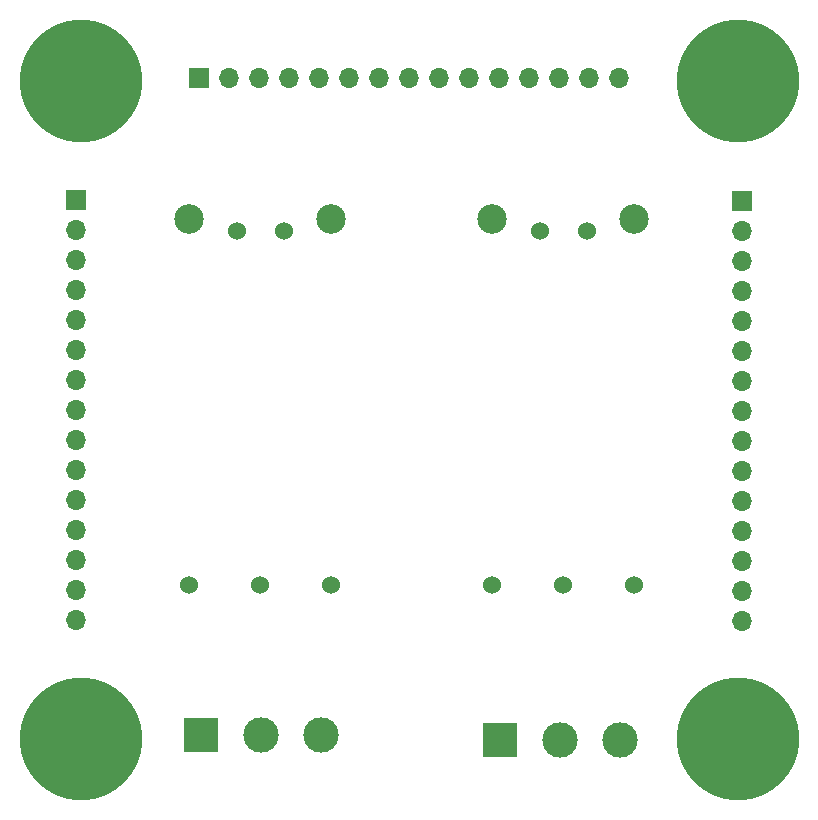
<source format=gbr>
%TF.GenerationSoftware,KiCad,Pcbnew,7.0.7*%
%TF.CreationDate,2024-04-01T01:32:49+05:30*%
%TF.ProjectId,GPIO_stack,4750494f-5f73-4746-9163-6b2e6b696361,rev?*%
%TF.SameCoordinates,Original*%
%TF.FileFunction,Soldermask,Top*%
%TF.FilePolarity,Negative*%
%FSLAX46Y46*%
G04 Gerber Fmt 4.6, Leading zero omitted, Abs format (unit mm)*
G04 Created by KiCad (PCBNEW 7.0.7) date 2024-04-01 01:32:49*
%MOMM*%
%LPD*%
G01*
G04 APERTURE LIST*
%ADD10C,1.524000*%
%ADD11C,2.500000*%
%ADD12R,3.000000X3.000000*%
%ADD13C,3.000000*%
%ADD14R,1.700000X1.700000*%
%ADD15O,1.700000X1.700000*%
%ADD16C,10.400000*%
G04 APERTURE END LIST*
D10*
%TO.C,U3*%
X145135600Y-67157600D03*
X141135600Y-67157600D03*
X149135600Y-97157600D03*
X143135600Y-97157600D03*
X137135600Y-97157600D03*
D11*
X149135600Y-66157600D03*
X137135600Y-66157600D03*
%TD*%
D12*
%TO.C,J1*%
X112445800Y-109855000D03*
D13*
X117525800Y-109855000D03*
X122605800Y-109855000D03*
%TD*%
D14*
%TO.C,U1*%
X158295200Y-64577800D03*
D15*
X158295200Y-67117800D03*
X158295200Y-69657800D03*
X158295200Y-72197800D03*
X158295200Y-74737800D03*
X158295200Y-77277800D03*
X158295200Y-79817800D03*
X158295200Y-82357800D03*
X158295200Y-84897800D03*
X158295200Y-87437800D03*
X158295200Y-89977800D03*
X158295200Y-92517800D03*
X158295200Y-95057800D03*
X158295200Y-97597800D03*
X158295200Y-100137800D03*
X101895200Y-100107800D03*
X101895200Y-97567800D03*
X101895200Y-95027800D03*
X101895200Y-92487800D03*
X101895200Y-89947800D03*
X101895200Y-87407800D03*
X101895200Y-84867800D03*
X101895200Y-82327800D03*
X101895200Y-79787800D03*
X101895200Y-77247800D03*
X101895200Y-74707800D03*
X101895200Y-72167800D03*
X101895200Y-69627800D03*
X101895200Y-67087800D03*
D14*
X101895200Y-64547800D03*
X112320200Y-54162800D03*
D15*
X114860200Y-54162800D03*
X117400200Y-54162800D03*
X119940200Y-54162800D03*
X122480200Y-54162800D03*
X125020200Y-54162800D03*
X127560200Y-54162800D03*
X130100200Y-54162800D03*
X132640200Y-54162800D03*
X135180200Y-54162800D03*
X137720200Y-54162800D03*
X140260200Y-54162800D03*
X142800200Y-54162800D03*
X145340200Y-54162800D03*
X147880200Y-54162800D03*
D16*
X157895200Y-110162800D03*
X102295200Y-110162800D03*
X102295200Y-54462800D03*
X157895200Y-54477800D03*
%TD*%
D12*
%TO.C,J2*%
X137795000Y-110236000D03*
D13*
X142875000Y-110236000D03*
X147955000Y-110236000D03*
%TD*%
D10*
%TO.C,U2*%
X119481600Y-67157600D03*
X115481600Y-67157600D03*
X123481600Y-97157600D03*
X117481600Y-97157600D03*
X111481600Y-97157600D03*
D11*
X123481600Y-66157600D03*
X111481600Y-66157600D03*
%TD*%
M02*

</source>
